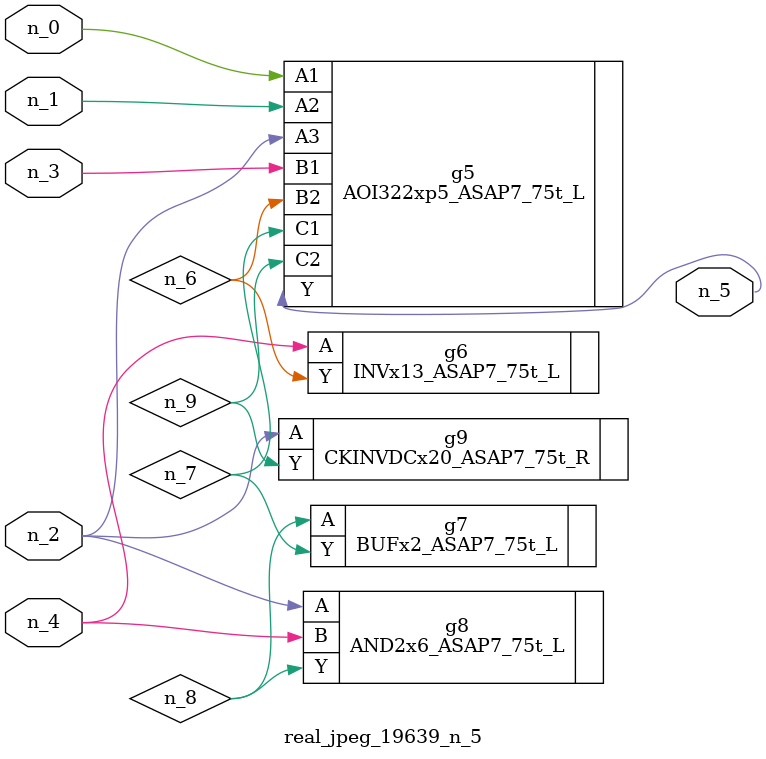
<source format=v>
module real_jpeg_19639_n_5 (n_4, n_0, n_1, n_2, n_3, n_5);

input n_4;
input n_0;
input n_1;
input n_2;
input n_3;

output n_5;

wire n_8;
wire n_6;
wire n_7;
wire n_9;

AOI322xp5_ASAP7_75t_L g5 ( 
.A1(n_0),
.A2(n_1),
.A3(n_2),
.B1(n_3),
.B2(n_6),
.C1(n_7),
.C2(n_9),
.Y(n_5)
);

AND2x6_ASAP7_75t_L g8 ( 
.A(n_2),
.B(n_4),
.Y(n_8)
);

CKINVDCx20_ASAP7_75t_R g9 ( 
.A(n_2),
.Y(n_9)
);

INVx13_ASAP7_75t_L g6 ( 
.A(n_4),
.Y(n_6)
);

BUFx2_ASAP7_75t_L g7 ( 
.A(n_8),
.Y(n_7)
);


endmodule
</source>
